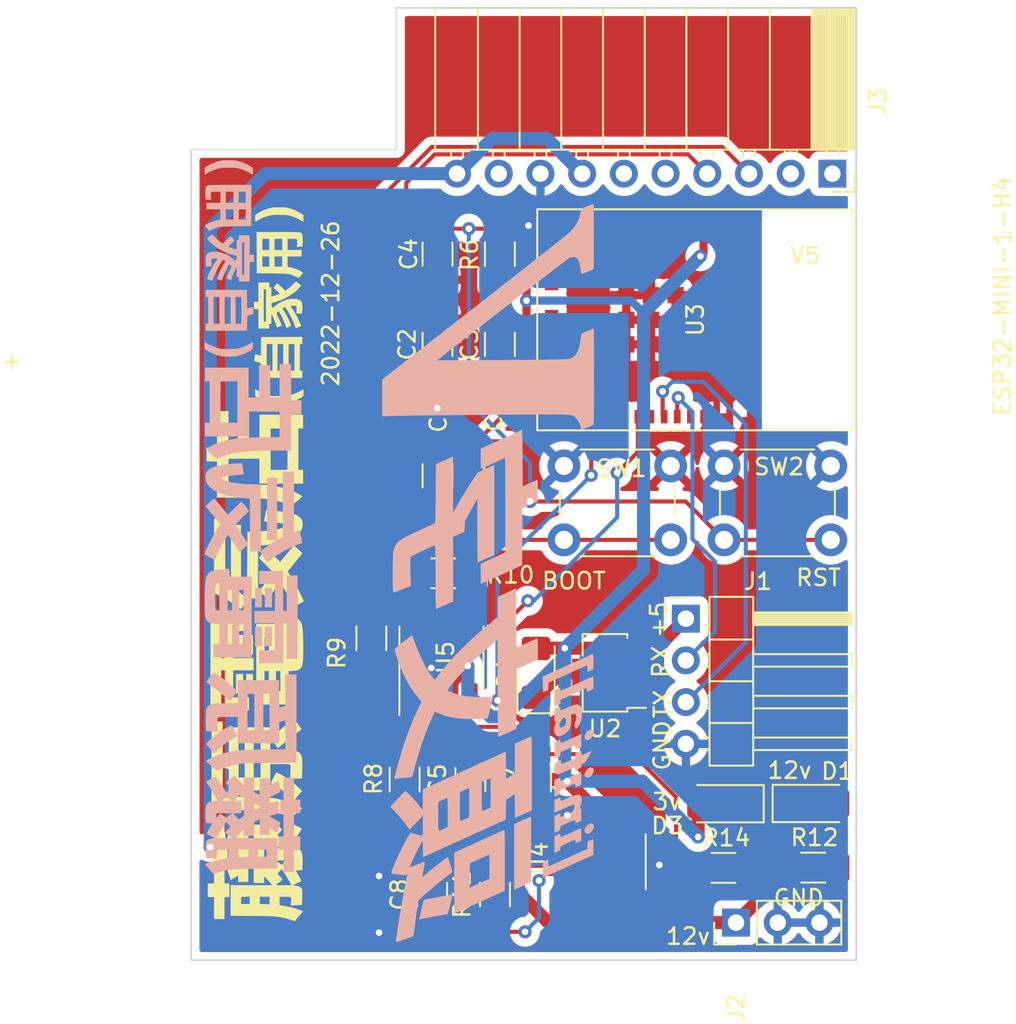
<source format=kicad_pcb>
(kicad_pcb (version 20211014) (generator pcbnew)
  (layers (0 "F.Cu" signal) (31 "B.Cu" signal) (34 "B.Paste" user) (35 "F.Paste" user) (36 "B.SilkS" user "B.Silkscreen") (37 "F.SilkS" user "F.Silkscreen") (38 "B.Mask" user) (39 "F.Mask" user) (44 "Edge.Cuts" user))
  (net 0 "")
  (net 1 "GND")
  (net 2 "/ESP_RST")
  (net 3 "+3V3")
  (net 4 "/GPIO0")
  (net 5 "+12V")
  (net 6 "+5V")
  (net 9 "/CAN_LOW")
  (net 10 "/CAN_HIGH")
  (net 14 "Net-(R7-Pad2)")
  (net 15 "Net-(R9-Pad1)")
  (net 16 "/RX")
  (net 17 "/TX")
  (net 43 "/CAN_RX")
  (net 44 "/CAN_TX")
  (net 47 "Net-(D1-Pad1)")
  (net 48 "Net-(U4-Pad4)")
  (net 56 "Net-(D3-Pad1)")
  (net 57 "Net-(R11-Pad1)")
  (footprint "footprints:ESP32-MINI-1-H4" (layer "F.Cu") (at 139.2 71 -90)
    (fp_text reference "U3" (at 0 0 90) (layer "F.SilkS"))
    (fp_text value "ESP32-MINI-1-H4" (at -1.45 -18.7 90) (layer "F.SilkS"))
    (pad "1" smd rect (at -5.899998 -2.100001 270) (size 0.8128 0.4064) (layers "F.Cu" "F.Paste" "F.Mask") (net 1 "GND"))
    (pad "2" smd rect (at -5.899998 -1.3 270) (size 0.8128 0.4064) (layers "F.Cu" "F.Paste" "F.Mask") (net 1 "GND"))
    (pad "3" smd rect (at -5.899998 -0.499999 270) (size 0.8128 0.4064) (layers "F.Cu" "F.Paste" "F.Mask") (net 3 "+3V3"))
    (pad "4" smd rect (at -5.899998 0.3 270) (size 0.8128 0.4064) (layers "F.Cu" "F.Paste" "F.Mask"))
    (pad "5" smd rect (at -5.899998 1.100001 270) (size 0.8128 0.4064) (layers "F.Cu" "F.Paste" "F.Mask"))
    (pad "6" smd rect (at -5.899998 1.899999 270) (size 0.8128 0.4064) (layers "F.Cu" "F.Paste" "F.Mask"))
    (pad "7" smd rect (at -5.899998 2.7 270) (size 0.8128 0.4064) (layers "F.Cu" "F.Paste" "F.Mask"))
    (pad "8" smd rect (at -5.899998 3.500001 270) (size 0.8128 0.4064) (layers "F.Cu" "F.Paste" "F.Mask") (net 2 "/ESP_RST"))
    (pad "9" smd rect (at -5.899998 4.299999 270) (size 0.8128 0.4064) (layers "F.Cu" "F.Paste" "F.Mask"))
    (pad "10" smd rect (at -5.899998 5.1 270) (size 0.8128 0.4064) (layers "F.Cu" "F.Paste" "F.Mask"))
    (pad "11" smd rect (at -5.899998 5.899999 270) (size 0.8128 0.4064) (layers "F.Cu" "F.Paste" "F.Mask"))
    (pad "12" smd rect (at -5.899998 6.7 270) (size 0.8128 0.4064) (layers "F.Cu" "F.Paste" "F.Mask"))
    (pad "13" smd rect (at -5.899998 7.500001 270) (size 0.8128 0.4064) (layers "F.Cu" "F.Paste" "F.Mask"))
    (pad "14" smd rect (at -5.2 8.750001) (size 0.8128 0.4064) (layers "F.Cu" "F.Paste" "F.Mask"))
    (pad "15" smd rect (at -4.399999 8.750001) (size 0.8128 0.4064) (layers "F.Cu" "F.Paste" "F.Mask"))
    (pad "16" smd rect (at -3.6 8.750001) (size 0.8128 0.4064) (layers "F.Cu" "F.Paste" "F.Mask"))
    (pad "17" smd rect (at -2.799999 8.750001) (size 0.8128 0.4064) (layers "F.Cu" "F.Paste" "F.Mask"))
    (pad "18" smd rect (at -2.000001 8.750001) (size 0.8128 0.4064) (layers "F.Cu" "F.Paste" "F.Mask"))
    (pad "19" smd rect (at -1.2 8.750001) (size 0.8128 0.4064) (layers "F.Cu" "F.Paste" "F.Mask"))
    (pad "20" smd rect (at -0.399999 8.750001) (size 0.8128 0.4064) (layers "F.Cu" "F.Paste" "F.Mask"))
    (pad "21" smd rect (at 0.399999 8.750001) (size 0.8128 0.4064) (layers "F.Cu" "F.Paste" "F.Mask") (net 4 "/GPIO0"))
    (pad "22" smd rect (at 1.2 8.750001) (size 0.8128 0.4064) (layers "F.Cu" "F.Paste" "F.Mask"))
    (pad "23" smd rect (at 1.999999 8.750001) (size 0.8128 0.4064) (layers "F.Cu" "F.Paste" "F.Mask"))
    (pad "24" smd rect (at 2.799999 8.750001) (size 0.8128 0.4064) (layers "F.Cu" "F.Paste" "F.Mask"))
    (pad "25" smd rect (at 3.6 8.750001) (size 0.8128 0.4064) (layers "F.Cu" "F.Paste" "F.Mask"))
    (pad "26" smd rect (at 4.399999 8.750001) (size 0.8128 0.4064) (layers "F.Cu" "F.Paste" "F.Mask"))
    (pad "27" smd rect (at 5.2 8.750001) (size 0.8128 0.4064) (layers "F.Cu" "F.Paste" "F.Mask") (net 1 "GND"))
    (pad "28" smd rect (at 5.899998 7.500001 270) (size 0.8128 0.4064) (layers "F.Cu" "F.Paste" "F.Mask"))
    (pad "29" smd rect (at 5.899998 6.7 270) (size 0.8128 0.4064) (layers "F.Cu" "F.Paste" "F.Mask"))
    (pad "30" smd rect (at 5.899998 5.899999 270) (size 0.8128 0.4064) (layers "F.Cu" "F.Paste" "F.Mask"))
    (pad "31" smd rect (at 5.899998 5.1 270) (size 0.8128 0.4064) (layers "F.Cu" "F.Paste" "F.Mask"))
    (pad "32" smd rect (at 5.899998 4.299999 270) (size 0.8128 0.4064) (layers "F.Cu" "F.Paste" "F.Mask") (net 43 "/CAN_RX"))
    (pad "33" smd rect (at 5.899998 3.500001 270) (size 0.8128 0.4064) (layers "F.Cu" "F.Paste" "F.Mask") (net 44 "/CAN_TX"))
    (pad "34" smd rect (at 5.899998 2.7 270) (size 0.8128 0.4064) (layers "F.Cu" "F.Paste" "F.Mask"))
    (pad "35" smd rect (at 5.899998 1.899999 270) (size 0.8128 0.4064) (layers "F.Cu" "F.Paste" "F.Mask") (net 17 "/TX"))
    (pad "36" smd rect (at 5.899998 1.100001 270) (size 0.8128 0.4064) (layers "F.Cu" "F.Paste" "F.Mask") (net 16 "/RX"))
    (pad "37" smd rect (at 5.899998 0.3 270) (size 0.8128 0.4064) (layers "F.Cu" "F.Paste" "F.Mask"))
    (pad "38" smd rect (at 5.899998 -0.499999 270) (size 0.8128 0.4064) (layers "F.Cu" "F.Paste" "F.Mask") (net 1 "GND"))
    (pad "39" smd rect (at 5.899998 -1.3 270) (size 0.8128 0.4064) (layers "F.Cu" "F.Paste" "F.Mask") (net 1 "GND"))
    (pad "40" smd rect (at 5.899998 -2.099998 270) (size 0.8128 0.4064) (layers "F.Cu" "F.Paste" "F.Mask") (net 1 "GND"))
    (pad "41" smd rect (at 5.2 -3.350001) (size 0.8128 0.4064) (layers "F.Cu" "F.Paste" "F.Mask") (net 1 "GND"))
    (pad "42" smd rect (at 4.399999 -3.350001) (size 0.8128 0.4064) (layers "F.Cu" "F.Paste" "F.Mask") (net 1 "GND"))
    (pad "43" smd rect (at 3.6 -3.350001) (size 0.8128 0.4064) (layers "F.Cu" "F.Paste" "F.Mask") (net 1 "GND"))
    (pad "44" smd rect (at 2.799999 -3.350001) (size 0.8128 0.4064) (layers "F.Cu" "F.Paste" "F.Mask") (net 1 "GND"))
    (pad "45" smd rect (at 2.000001 -3.350001) (size 0.8128 0.4064) (layers "F.Cu" "F.Paste" "F.Mask") (net 1 "GND"))
    (pad "46" smd rect (at 1.2 -3.350001) (size 0.8128 0.4064) (layers "F.Cu" "F.Paste" "F.Mask") (net 1 "GND"))
    (pad "47" smd rect (at 0.399999 -3.350001) (size 0.8128 0.4064) (layers "F.Cu" "F.Paste" "F.Mask") (net 1 "GND"))
    (pad "48" smd rect (at -0.399999 -3.350001) (size 0.8128 0.4064) (layers "F.Cu" "F.Paste" "F.Mask") (net 1 "GND"))
    (pad "49" smd rect (at -1.2 -3.350001) (size 0.8128 0.4064) (layers "F.Cu" "F.Paste" "F.Mask") (net 1 "GND"))
    (pad "50" smd rect (at -1.999999 -3.350001) (size 0.8128 0.4064) (layers "F.Cu" "F.Paste" "F.Mask") (net 1 "GND"))
    (pad "51" smd rect (at -2.799999 -3.350001) (size 0.8128 0.4064) (layers "F.Cu" "F.Paste" "F.Mask") (net 1 "GND"))
    (pad "52" smd rect (at -3.6 -3.350001) (size 0.8128 0.4064) (layers "F.Cu" "F.Paste" "F.Mask") (net 1 "GND"))
    (pad "53" smd rect (at -4.399999 -3.350001) (size 0.8128 0.4064) (layers "F.Cu" "F.Paste" "F.Mask") (net 1 "GND"))
    (pad "54" smd rect (at -5.2 -3.350001) (size 0.8128 0.4064) (layers "F.Cu" "F.Paste" "F.Mask") (net 1 "GND"))
    (pad "55" smd rect (at -1.5 1.2 270) (size 0.9906 0.9906) (layers "F.Cu" "F.Paste" "F.Mask") (net 1 "GND"))
    (pad "56" smd rect (at 0 1.2 270) (size 0.9906 0.9906) (layers "F.Cu" "F.Paste" "F.Mask") (net 1 "GND"))
    (pad "57" smd rect (at 1.5 1.2 270) (size 0.9906 0.9906) (layers "F.Cu" "F.Paste" "F.Mask") (net 1 "GND"))
    (pad "58" smd rect (at -1.5 2.7 270) (size 0.9906 0.9906) (layers "F.Cu" "F.Paste" "F.Mask") (net 1 "GND"))
    (pad "59" smd rect (at 0 2.7 270) (size 0.9906 0.9906) (layers "F.Cu" "F.Paste" "F.Mask") (net 1 "GND"))
    (pad "60" smd rect (at 1.5 2.7 270) (size 0.9906 0.9906) (layers "F.Cu" "F.Paste" "F.Mask") (net 1 "GND"))
    (pad "61" smd rect (at -1.5 4.2 270) (size 0.9906 0.9906) (layers "F.Cu" "F.Paste" "F.Mask") (net 1 "GND"))
    (pad "62" smd rect (at 0 4.2 270) (size 0.9906 0.9906) (layers "F.Cu" "F.Paste" "F.Mask") (net 1 "GND"))
    (pad "63" smd rect (at 1.5 4.2 270) (size 0.9906 0.9906) (layers "F.Cu" "F.Paste" "F.Mask") (net 1 "GND"))
  )
  (footprint "Connector_PinHeader_2.54mm:PinHeader_1x04_P2.54mm_Horizontal" (layer "F.Cu") (at 138.625 89.2)
    (fp_text reference "J1" (at 4.385 -2.27) (layer "F.SilkS"))
    (fp_text value "Prog")
    (pad "1" thru_hole rect (at 0 0) (size 1.7 1.7) (drill 1) (layers *.Cu *.Mask) (net 6 "+5V"))
    (pad "2" thru_hole oval (at 0 2.54) (size 1.7 1.7) (drill 1) (layers *.Cu *.Mask) (net 16 "/RX"))
    (pad "3" thru_hole oval (at 0 5.08) (size 1.7 1.7) (drill 1) (layers *.Cu *.Mask) (net 17 "/TX"))
    (pad "4" thru_hole oval (at 0 7.62) (size 1.7 1.7) (drill 1) (layers *.Cu *.Mask) (net 1 "GND"))
  )
  (footprint "Capacitor_SMD:C_1206_3216Metric_Pad1.33x1.80mm_HandSolder" (layer "F.Cu") (at 127.3 72.5 90)
    (fp_text reference "C3" (at 0 -1.85 90) (layer "F.SilkS"))
    (fp_text value "0.1uf")
    (pad "1" smd roundrect locked (at -1.5625 0 90) (size 1.325 1.8) (layers "F.Cu" "F.Paste" "F.Mask") (roundrect_rratio 0.1886792453) (net 3 "+3V3"))
    (pad "2" smd roundrect locked (at 1.5625 0 90) (size 1.325 1.8) (layers "F.Cu" "F.Paste" "F.Mask") (roundrect_rratio 0.1886792453) (net 1 "GND"))
  )
  (footprint "Diode_SMD:D_1206_3216Metric_Pad1.42x1.75mm_HandSolder" (layer "F.Cu") (at 129.5 92.5 90)
    (fp_text reference "D4" (at 0.07 -1.83 90) (layer "F.SilkS"))
    (fp_text value "D_Schottky")
    (pad "1" smd roundrect (at -1.4875 0 90) (size 1.425 1.75) (layers "F.Cu" "F.Paste" "F.Mask") (roundrect_rratio 0.1754392982) (net 6 "+5V"))
    (pad "2" smd roundrect (at 1.4875 0 90) (size 1.425 1.75) (layers "F.Cu" "F.Paste" "F.Mask") (roundrect_rratio 0.1754392982) (net 3 "+3V3"))
  )
  (footprint "Button_Switch_THT:SW_PUSH_6mm" (layer "F.Cu") (at 140.95 79.9)
    (fp_text reference "SW2" (at 3.35 0.05) (layer "F.SilkS"))
    (fp_text value "SW_SPST")
    (pad "1" thru_hole circle locked (at 6.5 0 90) (size 2 2) (drill 1.1) (layers *.Cu *.Mask) (net 1 "GND"))
    (pad "1" thru_hole circle locked (at 0 0 90) (size 2 2) (drill 1.1) (layers *.Cu *.Mask) (net 1 "GND"))
    (pad "2" thru_hole circle locked (at 6.5 4.5 90) (size 2 2) (drill 1.1) (layers *.Cu *.Mask) (net 2 "/ESP_RST"))
    (pad "2" thru_hole circle locked (at 0 4.5 90) (size 2 2) (drill 1.1) (layers *.Cu *.Mask) (net 2 "/ESP_RST"))
  )
  (footprint "Button_Switch_THT:SW_PUSH_6mm" (layer "F.Cu") (at 131.2 79.9)
    (fp_text reference "SW1" (at 3.5 0.15) (layer "F.SilkS"))
    (fp_text value "SW_SPST")
    (pad "1" thru_hole circle locked (at 6.5 0 90) (size 2 2) (drill 1.1) (layers *.Cu *.Mask) (net 1 "GND"))
    (pad "1" thru_hole circle locked (at 0 0 90) (size 2 2) (drill 1.1) (layers *.Cu *.Mask) (net 1 "GND"))
    (pad "2" thru_hole circle locked (at 6.5 4.5 90) (size 2 2) (drill 1.1) (layers *.Cu *.Mask) (net 4 "/GPIO0"))
    (pad "2" thru_hole circle locked (at 0 4.5 90) (size 2 2) (drill 1.1) (layers *.Cu *.Mask) (net 4 "/GPIO0"))
  )
  (footprint "Resistor_SMD:R_1206_3216Metric_Pad1.30x1.75mm_HandSolder" (layer "F.Cu") (at 127.3 67 90)
    (fp_text reference "R6" (at -0.05 -1.85 90) (layer "F.SilkS"))
    (fp_text value "10k")
    (pad "1" smd roundrect locked (at -1.55 0 90) (size 1.3 1.75) (layers "F.Cu" "F.Paste" "F.Mask") (roundrect_rratio 0.1923076923) (net 3 "+3V3"))
    (pad "2" smd roundrect locked (at 1.55 0 90) (size 1.3 1.75) (layers "F.Cu" "F.Paste" "F.Mask") (roundrect_rratio 0.1923076923) (net 2 "/ESP_RST"))
  )
  (footprint "Capacitor_SMD:C_1206_3216Metric_Pad1.33x1.80mm_HandSolder" (layer "F.Cu") (at 125.5 99 -90)
    (fp_text reference "C5" (at 0 2 90) (layer "F.SilkS"))
    (fp_text value "22uf")
    (pad "1" smd roundrect locked (at -1.5625 0 270) (size 1.325 1.8) (layers "F.Cu" "F.Paste" "F.Mask") (roundrect_rratio 0.1886792453) (net 3 "+3V3"))
    (pad "2" smd roundrect locked (at 1.5625 0 270) (size 1.325 1.8) (layers "F.Cu" "F.Paste" "F.Mask") (roundrect_rratio 0.1886792453) (net 1 "GND"))
  )
  (footprint "Package_TO_SOT_SMD:SOT-89-3" (layer "F.Cu") (at 134 92.5 180)
    (fp_text reference "U2" (at 0.3 -3.4) (layer "F.SilkS"))
    (fp_text value "MCP1700-1202E_SOT89")
    (pad "1" smd rect locked (at -1.65 -1.5 180) (size 1.3 0.9) (layers "F.Cu" "F.Paste" "F.Mask") (net 1 "GND"))
    (pad "2" smd custom locked (at -1.5625 0 180) (size 1.475 0.9) (layers "F.Cu" "F.Paste" "F.Mask") (net 6 "+5V") (options (clearance outline) (anchor rect)) (primitives (gr_poly (pts (xy 3.8625 0.8665) (xy 0.7375 0.8665) (xy 0.7375 -0.8665) (xy 3.8625 -0.8665)) (width 0) (fill yes))))
    (pad "3" smd rect locked (at -1.65 1.5 180) (size 1.3 0.9) (layers "F.Cu" "F.Paste" "F.Mask") (net 3 "+3V3"))
  )
  (footprint "Capacitor_SMD:C_1206_3216Metric_Pad1.33x1.80mm_HandSolder" (layer "F.Cu") (at 123.5 80.5 -90)
    (fp_text reference "C6" (at -3.6 -0.05 90) (layer "F.SilkS"))
    (fp_text value "0.1uf")
    (pad "1" smd roundrect locked (at -1.5625 0 270) (size 1.325 1.8) (layers "F.Cu" "F.Paste" "F.Mask") (roundrect_rratio 0.1886792453) (net 1 "GND"))
    (pad "2" smd roundrect locked (at 1.5625 0 270) (size 1.325 1.8) (layers "F.Cu" "F.Paste" "F.Mask") (roundrect_rratio 0.1886792453) (net 4 "/GPIO0"))
  )
  (footprint "Package_SO:SOIC-8_3.9x4.9mm_P1.27mm" (layer "F.Cu") (at 123.74 91.62 90)
    (fp_text reference "U5" (at 0.05 0.25 90) (layer "F.SilkS"))
    (fp_text value "SN65HVD230")
    (pad "1" smd roundrect locked (at -2.475 -1.905 90) (size 1.95 0.6) (layers "F.Cu" "F.Paste" "F.Mask") (net 44 "/CAN_TX"))
    (pad "2" smd roundrect locked (at -2.475 -0.635 90) (size 1.95 0.6) (layers "F.Cu" "F.Paste" "F.Mask") (net 1 "GND"))
    (pad "3" smd roundrect locked (at -2.475 0.635 90) (size 1.95 0.6) (layers "F.Cu" "F.Paste" "F.Mask") (net 3 "+3V3"))
    (pad "4" smd roundrect locked (at -2.475 1.905 90) (size 1.95 0.6) (layers "F.Cu" "F.Paste" "F.Mask") (net 43 "/CAN_RX"))
    (pad "5" smd roundrect locked (at 2.475 1.905 90) (size 1.95 0.6) (layers "F.Cu" "F.Paste" "F.Mask"))
    (pad "6" smd roundrect locked (at 2.475 0.635 90) (size 1.95 0.6) (layers "F.Cu" "F.Paste" "F.Mask") (net 9 "/CAN_LOW"))
    (pad "7" smd roundrect locked (at 2.475 -0.635 90) (size 1.95 0.6) (layers "F.Cu" "F.Paste" "F.Mask") (net 10 "/CAN_HIGH"))
    (pad "8" smd roundrect locked (at 2.475 -1.905 90) (size 1.95 0.6) (layers "F.Cu" "F.Paste" "F.Mask") (net 15 "Net-(R9-Pad1)"))
  )
  (footprint "Capacitor_SMD:C_1206_3216Metric_Pad1.33x1.80mm_HandSolder" (layer "F.Cu") (at 127.25 80.5 -90)
    (fp_text reference "C7" (at -3.65 0.3 90) (layer "F.SilkS"))
    (fp_text value "0.1uf")
    (pad "1" smd roundrect locked (at -1.5625 0 270) (size 1.325 1.8) (layers "F.Cu" "F.Paste" "F.Mask") (roundrect_rratio 0.1886792453) (net 1 "GND"))
    (pad "2" smd roundrect locked (at 1.5625 0 270) (size 1.325 1.8) (layers "F.Cu" "F.Paste" "F.Mask") (roundrect_rratio 0.1886792453) (net 2 "/ESP_RST"))
  )
  (footprint "LED_SMD:LED_1206_3216Metric_Pad1.42x1.75mm_HandSolder" (layer "F.Cu") (at 140.9075 100.47 180)
    (fp_text reference "D3" (at 3.4075 -1.34) (layer "F.SilkS"))
    (fp_text value "3v" (at 3.4375 0.12) (layer "F.SilkS"))
    (pad "1" smd roundrect (at -1.4875 0 180) (size 1.425 1.75) (layers "F.Cu" "F.Paste" "F.Mask") (roundrect_rratio 0.1754392982) (net 56 "Net-(D3-Pad1)"))
    (pad "2" smd roundrect (at 1.4875 0 180) (size 1.425 1.75) (layers "F.Cu" "F.Paste" "F.Mask") (roundrect_rratio 0.1754392982) (net 3 "+3V3"))
  )
  (footprint "Capacitor_SMD:C_1206_3216Metric_Pad1.33x1.80mm_HandSolder" (layer "F.Cu") (at 123.173332 106 -90)
    (fp_text reference "C8" (at 0 2 90) (layer "F.SilkS"))
    (fp_text value "10uf")
    (pad "1" smd roundrect locked (at -1.5625 0 270) (size 1.325 1.8) (layers "F.Cu" "F.Paste" "F.Mask") (roundrect_rratio 0.1886792453) (net 5 "+12V"))
    (pad "2" smd roundrect locked (at 1.5625 0 270) (size 1.325 1.8) (layers "F.Cu" "F.Paste" "F.Mask") (roundrect_rratio 0.1886792453) (net 1 "GND"))
  )
  (footprint "Resistor_SMD:R_1206_3216Metric_Pad1.30x1.75mm_HandSolder" (layer "F.Cu") (at 119.47 90.39 -90)
    (fp_text reference "R9" (at 0.9 2.1 90) (layer "F.SilkS"))
    (fp_text value "10k")
    (pad "1" smd roundrect locked (at -1.55 0 270) (size 1.3 1.75) (layers "F.Cu" "F.Paste" "F.Mask") (roundrect_rratio 0.1923076923) (net 15 "Net-(R9-Pad1)"))
    (pad "2" smd roundrect locked (at 1.55 0 270) (size 1.3 1.75) (layers "F.Cu" "F.Paste" "F.Mask") (roundrect_rratio 0.1923076923) (net 1 "GND"))
  )
  (footprint "Resistor_SMD:R_1206_3216Metric_Pad1.30x1.75mm_HandSolder" (layer "F.Cu") (at 129.5 99 90)
    (fp_text reference "R7" (at 0.01 -1.87 90) (layer "F.SilkS"))
    (fp_text value "24k")
    (pad "1" smd roundrect locked (at -1.55 0 90) (size 1.3 1.75) (layers "F.Cu" "F.Paste" "F.Mask") (roundrect_rratio 0.1923076923) (net 1 "GND"))
    (pad "2" smd roundrect locked (at 1.55 0 90) (size 1.3 1.75) (layers "F.Cu" "F.Paste" "F.Mask") (roundrect_rratio 0.1923076923) (net 14 "Net-(R7-Pad2)"))
  )
  (footprint "Resistor_SMD:R_1206_3216Metric_Pad1.30x1.75mm_HandSolder" (layer "F.Cu") (at 146.38 104.36)
    (fp_text reference "R12" (at 0.08 -1.83) (layer "F.SilkS"))
    (fp_text value "1k")
    (pad "1" smd roundrect (at -1.55 0) (size 1.3 1.75) (layers "F.Cu" "F.Paste" "F.Mask") (roundrect_rratio 0.1923076923) (net 47 "Net-(D1-Pad1)"))
    (pad "2" smd roundrect (at 1.55 0) (size 1.3 1.75) (layers "F.Cu" "F.Paste" "F.Mask") (roundrect_rratio 0.1923076923) (net 1 "GND"))
  )
  (footprint "Resistor_SMD:R_1206_3216Metric_Pad1.30x1.75mm_HandSolder" (layer "F.Cu") (at 127 106 90)
    (fp_text reference "R11" (at 0 -2 90) (layer "F.SilkS"))
    (fp_text value "100k")
    (pad "1" smd roundrect (at -1.55 0 90) (size 1.3 1.75) (layers "F.Cu" "F.Paste" "F.Mask") (roundrect_rratio 0.1923076923) (net 57 "Net-(R11-Pad1)"))
    (pad "2" smd roundrect (at 1.55 0 90) (size 1.3 1.75) (layers "F.Cu" "F.Paste" "F.Mask") (roundrect_rratio 0.1923076923) (net 5 "+12V"))
  )
  (footprint "footprints:MPM3610GQV-Z" (layer "F.Cu") (at 133.5 104 90)
    (fp_text reference "U4" (at 0.2 -3.8 90) (layer "F.SilkS"))
    (fp_text value "MPM3610GQV-Z")
    (fp_poly (pts (xy -1.292 0.273) (xy -0.708 0.273) (xy -0.708 2.227) (xy -1.292 2.227)) (layer "F.Cu") (width 0.1) (fill solid))
    (fp_poly (pts (xy 1.292 2.227) (xy 0.708 2.227) (xy 0.708 0.273) (xy 1.292 0.273)) (layer "F.Cu") (width 0.1) (fill solid))
    (pad "1" smd rect (at -1.394 -1.55 90) (size 0.8128 0.254) (layers "F.Cu" "F.Paste" "F.Mask") (net 14 "Net-(R7-Pad2)"))
    (pad "2" smd rect (at -1.254 -0.900001 90) (size 1.0922 0.3048) (layers "F.Cu" "F.Paste" "F.Mask"))
    (pad "3" smd rect (at -1.254 -0.25 90) (size 1.0922 0.3048) (layers "F.Cu" "F.Paste" "F.Mask") (net 1 "GND"))
    (pad "4" smd rect (at -1.546 0.4 90) (size 0.508 0.254) (layers "F.Cu" "F.Paste" "F.Mask") (net 48 "Net-(U4-Pad4)"))
    (pad "5" smd rect (at -1.546 1.250001 90) (size 0.508 0.254) (layers "F.Cu" "F.Paste" "F.Mask") (net 48 "Net-(U4-Pad4)"))
    (pad "6" smd rect (at -1.546 2.1 90) (size 0.508 0.254) (layers "F.Cu" "F.Paste" "F.Mask") (net 48 "Net-(U4-Pad4)"))
    (pad "7" smd rect (at 1.546 2.1 90) (size 0.508 0.254) (layers "F.Cu" "F.Paste" "F.Mask") (net 3 "+3V3"))
    (pad "8" smd rect (at 1.546 1.250001 90) (size 0.508 0.254) (layers "F.Cu" "F.Paste" "F.Mask") (net 3 "+3V3"))
    (pad "9" smd rect (at 1.546 0.4 90) (size 0.508 0.254) (layers "F.Cu" "F.Paste" "F.Mask") (net 3 "+3V3"))
    (pad "10" smd rect (at 1.254 -0.25 90) (size 1.0922 0.3048) (layers "F.Cu" "F.Paste" "F.Mask"))
    (pad "11" smd rect (at 1.254 -0.900001 90) (size 1.0922 0.3048) (layers "F.Cu" "F.Paste" "F.Mask"))
    (pad "12" smd rect (at 1.444 -1.55 90) (size 0.7112 0.254) (layers "F.Cu" "F.Paste" "F.Mask") (net 1 "GND"))
    (pad "13" smd rect (at 1.25 -2.444 180) (size 0.7112 0.254) (layers "F.Cu" "F.Paste" "F.Mask") (net 1 "GND"))
    (pad "14" smd rect (at 0.750001 -2.444 180) (size 0.7112 0.254) (layers "F.Cu" "F.Paste" "F.Mask") (net 1 "GND"))
    (pad "15" smd rect (at 0.25 -2.254 180) (size 1.0922 0.3048) (layers "F.Cu" "F.Paste" "F.Mask"))
    (pad "16" smd rect (at -0.25 -2.254 180) (size 1.0922 0.3048) (layers "F.Cu" "F.Paste" "F.Mask") (net 5 "+12V"))
    (pad "17" smd rect (at -0.750001 -2.444 180) (size 0.7112 0.254) (layers "F.Cu" "F.Paste" "F.Mask") (net 57 "Net-(R11-Pad1)"))
    (pad "18" smd rect (at -1.25 -2.444 180) (size 0.7112 0.254) (layers "F.Cu" "F.Paste" "F.Mask"))
    (pad "19" smd rect (at -0.25 -0.575 90) (size 0.254 0.4064) (layers "F.Cu" "F.Paste" "F.Mask"))
    (pad "20" smd rect (at 0.25 -0.575 90) (size 0.254 0.4064) (layers "F.Cu" "F.Paste" "F.Mask"))
  )
  (footprint "Connector_PinSocket_2.54mm:PinSocket_1x10_P2.54mm_Horizontal" (layer "F.Cu") (at 147.55 62.1 -90)
    (fp_text reference "J3" (at -4.38 -2.77 90) (layer "F.SilkS"))
    (fp_text value "Conn_01x10")
    (pad "1" thru_hole rect locked (at 0 0 270) (size 1.7 1.7) (drill 1) (layers *.Cu *.Mask))
    (pad "2" thru_hole oval locked (at 0 2.54 270) (size 1.7 1.7) (drill 1) (layers *.Cu *.Mask))
    (pad "3" thru_hole oval locked (at 0 5.08 270) (size 1.7 1.7) (drill 1) (layers *.Cu *.Mask) (net 9 "/CAN_LOW"))
    (pad "4" thru_hole oval locked (at 0 7.62 270) (size 1.7 1.7) (drill 1) (layers *.Cu *.Mask) (net 10 "/CAN_HIGH"))
    (pad "5" thru_hole oval locked (at 0 10.16 270) (size 1.7 1.7) (drill 1) (layers *.Cu *.Mask))
    (pad "6" thru_hole oval locked (at 0 12.7 270) (size 1.7 1.7) (drill 1) (layers *.Cu *.Mask))
    (pad "7" thru_hole oval locked (at 0 15.24 270) (size 1.7 1.7) (drill 1) (layers *.Cu *.Mask) (net 5 "+12V"))
    (pad "8" thru_hole oval locked (at 0 17.78 270) (size 1.7 1.7) (drill 1) (layers *.Cu *.Mask) (net 1 "GND"))
    (pad "9" thru_hole oval locked (at 0 20.32 270) (size 1.7 1.7) (drill 1) (layers *.Cu *.Mask))
    (pad "10" thru_hole oval locked (at 0 22.86 270) (size 1.7 1.7) (drill 1) (layers *.Cu *.Mask) (net 5 "+12V"))
  )
  (footprint "Resistor_SMD:R_1206_3216Metric_Pad1.30x1.75mm_HandSolder" (layer "F.Cu") (at 140.9175 104.376666 180)
    (fp_text reference "R14" (at -0.17 1.83) (layer "F.SilkS"))
    (fp_text value "100")
    (pad "1" smd roundrect (at -1.55 0 180) (size 1.3 1.75) (layers "F.Cu" "F.Paste" "F.Mask") (roundrect_rratio 0.1923076923) (net 56 "Net-(D3-Pad1)"))
    (pad "2" smd roundrect (at 1.55 0 180) (size 1.3 1.75) (layers "F.Cu" "F.Paste" "F.Mask") (roundrect_rratio 0.1923076923) (net 1 "GND"))
  )
  (footprint "LED_SMD:LED_1206_3216Metric_Pad1.42x1.75mm_HandSolder" (layer "F.Cu") (at 146.37 100.453334)
    (fp_text reference "D1" (at 1.48 -1.963334) (layer "F.SilkS"))
    (fp_text value "12v" (at -1.43 -2.013334) (layer "F.SilkS"))
    (pad "1" smd roundrect (at -1.4875 0) (size 1.425 1.75) (layers "F.Cu" "F.Paste" "F.Mask") (roundrect_rratio 0.1754392982) (net 47 "Net-(D1-Pad1)"))
    (pad "2" smd roundrect (at 1.4875 0) (size 1.425 1.75) (layers "F.Cu" "F.Paste" "F.Mask") (roundrect_rratio 0.1754392982) (net 5 "+12V"))
  )
  (footprint "Connector_PinHeader_2.54mm:PinHeader_1x03_P2.54mm_Vertical" (layer "F.Cu") (at 141.68 107.71 90)
    (fp_text reference "J2" (at -5.19 -0.01 90) (layer "F.SilkS"))
    (fp_text value "PWR")
    (pad "1" thru_hole rect (at 0 0 90) (size 1.7 1.7) (drill 1) (layers *.Cu *.Mask) (net 5 "+12V"))
    (pad "2" thru_hole oval (at 0 2.54 90) (size 1.7 1.7) (drill 1) (layers *.Cu *.Mask) (net 1 "GND"))
    (pad "3" thru_hole oval (at 0 5.08 90) (size 1.7 1.7) (drill 1) (layers *.Cu *.Mask) (net 1 "GND"))
  )
  (footprint "artwork:mise" (layer "F.Cu") (at 112.35 85.87 90)
    (fp_text reference "G***" hide)
    (fp_text value "LOGO" hide)
  )
  (footprint "Capacitor_SMD:C_1206_3216Metric_Pad1.33x1.80mm_HandSolder" (layer "F.Cu") (at 123.5 72.5 90)
    (fp_text reference "C2" (at 0 -1.85 90) (layer "F.SilkS"))
    (fp_text value "22uf")
    (pad "1" smd roundrect locked (at -1.5625 0 90) (size 1.325 1.8) (layers "F.Cu" "F.Paste" "F.Mask") (roundrect_rratio 0.1886792453) (net 3 "+3V3"))
    (pad "2" smd roundrect locked (at 1.5625 0 90) (size 1.325 1.8) (layers "F.Cu" "F.Paste" "F.Mask") (roundrect_rratio 0.1886792453) (net 1 "GND"))
  )
  (footprint "Capacitor_SMD:C_1206_3216Metric_Pad1.33x1.80mm_HandSolder" (layer "F.Cu") (at 123.5 67 -90)
    (fp_text reference "C4" (at 0 1.75 90) (layer "F.SilkS"))
    (fp_text value "1uf")
    (pad "1" smd roundrect locked (at -1.5625 0 270) (size 1.325 1.8) (layers "F.Cu" "F.Paste" "F.Mask") (roundrect_rratio 0.1886792453) (net 2 "/ESP_RST"))
    (pad "2" smd roundrect locked (at 1.5625 0 270) (size 1.325 1.8) (layers "F.Cu" "F.Paste" "F.Mask") (roundrect_rratio 0.1886792453) (net 1 "GND"))
  )
  (footprint "Resistor_SMD:R_1206_3216Metric_Pad1.30x1.75mm_HandSolder" (layer "F.Cu") (at 121.5 99 90)
    (fp_text reference "R8" (at 0.04 -1.9 90) (layer "F.SilkS"))
    (fp_text value "75k")
    (pad "1" smd roundrect locked (at -1.55 0 90) (size 1.3 1.75) (layers "F.Cu" "F.Paste" "F.Mask") (roundrect_rratio 0.1923076923) (net 3 "+3V3"))
    (pad "2" smd roundrect locked (at 1.55 0 90) (size 1.3 1.75) (layers "F.Cu" "F.Paste" "F.Mask") (roundrect_rratio 0.1923076923) (net 14 "Net-(R7-Pad2)"))
  )
  (footprint "Resistor_SMD:R_1206_3216Metric_Pad1.30x1.75mm_HandSolder" (layer "F.Cu") (at 123.85 86.44)
    (fp_text reference "R10" (at 4.1 0.1) (layer "F.SilkS"))
    (fp_text value "120")
    (pad "1" smd roundrect locked (at -1.55 0) (size 1.3 1.75) (layers "F.Cu" "F.Paste" "F.Mask") (roundrect_rratio 0.1923076923) (net 10 "/CAN_HIGH"))
    (pad "2" smd roundrect locked (at 1.55 0) (size 1.3 1.75) (layers "F.Cu" "F.Paste" "F.Mask") (roundrect_rratio 0.1923076923) (net 9 "/CAN_LOW"))
  )
  (footprint "artwork:logo" (layer "B.Cu") (at 126.596755 86.444508 90)
    (fp_text reference "G***" hide)
    (fp_text value "LOGO" hide)
  )
  (footprint "artwork:mise" (layer "B.Cu") (at 112.3 83 90)
    (fp_text reference "G***" hide)
    (fp_text value "LOGO" hide)
  )
  (gr_line (start 108.5 110) (end 149 110) (layer "Edge.Cuts") (width 0.1))
  (gr_line (start 149 52) (end 149 110) (layer "Edge.Cuts") (width 0.1))
  (gr_line (start 108.5 60.63) (end 108.5 110) (layer "Edge.Cuts") (width 0.1))
  (gr_line (start 108.5 60.63) (end 121 60.63) (layer "Edge.Cuts") (width 0.1))
  (gr_line (start 121 52) (end 149 52) (layer "Edge.Cuts") (width 0.1))
  (gr_line (start 121 52) (end 121 60.63) (layer "Edge.Cuts") (width 0.1))
  (gr_text "+" (at 97.6 73.5) (layer "F.SilkS") (effects (font (size 1 1))))
  (gr_text "GND" (at 145.5 106.21) (layer "F.SilkS") (effects (font (size 1 1))))
  (gr_text "BOOT" (at 131.8 86.9) (layer "F.SilkS") (effects (font (size 1 1))))
  (gr_text "2022-12-26" (at 117 70 90) (layer "F.SilkS") (effects (font (size 1 1))))
  (gr_text "GND" (at 137.19 96.92 90) (layer "F.SilkS") (effects (font (size 1 1))))
  (gr_text "+5" (at 136.98 89.26 90) (layer "F.SilkS") (effects (font (size 1 1))))
  (gr_text "V5" (at 145.9 67.1) (layer "F.SilkS") (effects (font (size 1 1))))
  (gr_text "+" (at 121.7 74.3) (layer "F.SilkS") (effects (font (size 1 1))))
  (gr_text "12v" (at 138.76 108.54) (layer "F.SilkS") (effects (font (size 1 1))))
  (gr_text "RST" (at 146.7 86.7) (layer "F.SilkS") (effects (font (size 1 1))))
  (gr_text "TX" (at 137.21 94.4 90) (layer "F.SilkS") (effects (font (size 1 1))))
  (gr_text "RX" (at 137.11 91.83 90) (layer "F.SilkS") (effects (font (size 1 1))))
  (segment (start 129.5 103.2) (end 129.5 100.55) (width 0.25) (layer "F.Cu") (net 1))
  (segment (start 133.25 106.06) (end 133.365 106.175) (width 0.25) (layer "F.Cu") (net 1))
  (segment (start 137.095 106.175) (end 137.095 104.285) (width 0.25) (layer "F.Cu") (net 1))
  (segment (start 133.365 106.175) (end 137.095 106.175) (width 0.25) (layer "F.Cu") (net 1))
  (segment (start 131.056 103.249999) (end 131.056 102.75) (width 0.25) (layer "F.Cu") (net 1))
  (segment (start 131.25 102.556) (end 131.056 102.75) (width 0.25) (layer "F.Cu") (net 1))
  (segment (start 129.549999 103.249999) (end 129.5 103.2) (width 0.25) (layer "F.Cu") (net 1))
  (segment (start 131.056 103.249999) (end 129.549999 103.249999) (width 0.25) (layer "F.Cu") (net 1))
  (segment (start 133.25 105.254) (end 133.25 106.06) (width 0.25) (layer "F.Cu") (net 1))
  (segment (start 137.095 104.285) (end 137.01 104.2) (width 0.25) (layer "F.Cu") (net 1))
  (segment (start 131.95 102.556) (end 131.25 102.556) (width 0.25) (layer "F.Cu") (net 1))
  (via (at 119.94 104.87) (size 0.8) (drill 0.4) (layers "F.Cu" "B.Cu") (net 1))
  (via (at 123.12 92.2) (size 0.8) (drill 0.4) (layers "F.Cu" "B.Cu") (net 1))
  (via (at 129.04 65.26) (size 0.8) (drill 0.4) (layers "F.Cu" "B.Cu") (net 1))
  (via (at 131.4 101.17) (size 0.8) (drill 0.4) (layers "F.Cu" "B.Cu") (net 1))
  (via (at 137.01 104.2) (size 0.8) (drill 0.4) (layers "F.Cu" "B.Cu") (net 1))
  (via (at 123.49 76.38) (size 0.8) (drill 0.4) (layers "F.Cu" "B.Cu") (net 1))
  (via (at 119.94 108.32) (size 0.8) (drill 0.4) (layers "F.Cu" "B.Cu") (net 1))
  (segment (start 125.41 65.45) (end 123.5125 65.45) (width 0.25) (layer "F.Cu") (net 2))
  (segment (start 147.45 84.4) (end 140.95 84.4) (width 0.25) (layer "F.Cu") (net 2))
  (segment (start 127.3 65.45) (end 125.41 65.45) (width 0.25) (layer "F.Cu") (net 2))
  (segment (start 129.1375 82.0625) (end 138.6125 82.0625) (width 0.25) (layer "F.Cu") (net 2))
  (segment (start 135.49 63.82) (end 135.699999 64.029999) (width 0.25) (layer "F.Cu") (net 2))
  (segment (start 128.93 63.82) (end 135.49 63.82) (width 0.25) (layer "F.Cu") (net 2))
  (segment (start 123.5125 65.45) (end 123.5 65.4375) (width 0.25) (layer "F.Cu") (net 2))
  (segment (start 135.699999 64.029999) (end 135.699999 65.100002) (width 0.25) (layer "F.Cu") (net 2))
  (segment (start 127.25 82.0625) (end 129.1375 82.0625) (width 0.25) (layer "F.Cu") (net 2))
  (segment (start 127.3 65.45) (end 128.93 63.82) (width 0.25) (layer "F.Cu") (net 2))
  (segment (start 138.6125 82.0625) (end 140.95 84.4) (width 0.25) (layer "F.Cu") (net 2))
  (via (at 129.1375 82.0625) (size 0.8) (drill 0.4) (layers "F.Cu" "B.Cu") (net 2))
  (via (at 125.41 65.45) (size 0.8) (drill 0.4) (layers "F.Cu" "B.Cu") (net 2))
  (segment (start 129.1375 79.7175) (end 126.08 76.66) (width 0.25) (layer "B.Cu") (net 2))
  (segment (start 129.1375 82.0625) (end 129.1375 79.7175) (width 0.25) (layer "B.Cu") (net 2))
  (segment (start 125.41 76.2) (end 125.41 65.45) (width 0.25) (layer "B.Cu") (net 2))
  (segment (start 125.87 76.66) (end 125.41 76.2) (width 0.25) (layer "B.Cu") (net 2))
  (segment (start 126.08 76.66) (end 125.87 76.66) (width 0.25) (layer "B.Cu") (net 2))
  (segment (start 135.6 102.454) (end 134.750001 102.454) (width 0.8) (layer "F.Cu") (net 3))
  (segment (start 127.3 74.0625) (end 123.5 74.0625) (width 0.5) (layer "F.Cu") (net 3))
  (segment (start 139.37 100.52) (end 139.42 100.47) (width 0.8) (layer "F.Cu") (net 3))
  (segment (start 125.5 97.4375) (end 127.0625 99) (width 0.8) (layer "F.Cu") (net 3))
  (segment (start 139.699999 66.940001) (end 139.51 67.13) (width 0.5) (layer "F.Cu") (net 3))
  (segment (start 135.65 91) (end 131.25 91) (width 0.8) (layer "F.Cu") (net 3))
  (segment (start 125.35 92.08) (end 124.375 93.055) (width 0.8) (layer "F.Cu") (net 3))
  (segment (start 131.393 99.097) (end 134.750001 102.454) (width 0.8) (layer "F.Cu") (net 3))
  (segment (start 127.3 68.55) (end 128.87 68.55) (width 0.5) (layer "F.Cu") (net 3))
  (segment (start 128.92 68.6) (end 128.92 69.83) (width 0.5) (layer "F.Cu") (net 3))
  (segment (start 139.37 102.49) (end 139.37 100.52) (width 0.8) (layer "F.Cu") (net 3))
  (segment (start 129.5125 91) (end 129.5 91.0125) (width 0.8) (layer "F.Cu") (net 3))
  (segment (start 131.25 91) (end 129.5125 91) (width 0.8) (layer "F.Cu") (net 3))
  (segment (start 128.87 68.55) (end 128.92 68.6) (width 0.5) (layer "F.Cu") (net 3))
  (segment (start 128.92 72.4425) (end 127.3 74.0625) (width 0.5) (layer "F.Cu") (net 3))
  (segment (start 125.5 97.4375) (end 124.6125 97.4375) (width 0.8) (layer "F.Cu") (net 3))
  (segment (start 124.375 93.055) (end 124.375 94.095) (width 0.8) (layer "F.Cu") (net 3))
  (segment (start 128.92 69.83) (end 128.92 72.4425) (width 0.5) (layer "F.Cu") (net 3))
  (segment (start 139.699999 65.100002) (end 139.699999 66.940001) (width 0.5) (layer "F.Cu") (net 3))
  (segment (start 127.0625 99) (end 131.296001 99) (width 0.8) (layer "F.Cu") (net 3))
  (segment (start 134.750001 102.454) (end 134.0024 102.454) (width 0.8) (layer "F.Cu") (net 3))
  (segment (start 131.296001 99) (end 131.393 99.097) (width 0.8) (layer "F.Cu") (net 3))
  (segment (start 124.6125 97.4375) (end 121.5 100.55) (width 0.8) (layer "F.Cu") (net 3))
  (via (at 139.51 67.13) (size 0.8) (drill 0.4) (layers "F.Cu" "B.Cu") (net 3))
  (via (at 139.37 102.49) (size 0.8) (drill 0.4) (layers "F.Cu" "B.Cu") (net 3))
  (via (at 131.25 91) (size 0.8) (drill 0.4) (layers "F.Cu" "B.Cu") (net 3))
  (via (at 131.393 99.097) (size 0.8) (drill 0.4) (layers "F.Cu" "B.Cu") (net 3))
  (via (at 125.35 92.08) (size 0.8) (drill 0.4) (layers "F.Cu" "B.Cu") (net 3))
  (via (at 128.92 69.83) (size 0.8) (drill 0.4) (layers "F.Cu" "B.Cu") (net 3))
  (segment (start 126.735786 95.18) (end 125.35 93.794214) (width 0.8) (layer "B.Cu") (net 3))
  (segment (start 128.92 69.83) (end 135.289318 69.83) (width 0.5) (layer "B.Cu") (net 3))
  (segment (start 135.977 99.097) (end 139.37 102.49) (width 0.8) (layer "B.Cu") (net 3))
  (segment (start 125.35 93.794214) (end 125.35 92.08) (width 0.8) (layer "B.Cu") (net 3))
  (segment (start 131.25 91) (end 131.25 98.954) (width 0.8) (layer "B.Cu") (net 3))
  (segment (start 131.25 91) (end 131.25 91.494214) (width 0.8) (layer "B.Cu") (net 3))
  (segment (start 131.25 98.954) (end 131.393 99.097) (width 0.8) (layer "B.Cu") (net 3))
  (segment (start 131.25 91.494214) (end 127.564214 95.18) (width 0.8) (layer "B.Cu") (net 3))
  (segment (start 136.049659 86.200341) (end 136.049659 70.590341) (width 0.8) (layer "B.Cu") (net 3))
  (segment (start 131.25 91) (end 136.049659 86.200341) (width 0.8) (layer "B.Cu") (net 3))
  (segment (start 131.393 99.097) (end 135.977 99.097) (width 0.8) (layer "B.Cu") (net 3))
  (segment (start 136.049659 70.590341) (end 139.51 67.13) (width 0.8) (layer "B.Cu") (net 3))
  (segment (start 135.289318 69.83) (end 136.049659 70.590341) (width 0.5) (layer "B.Cu") (net 3))
  (segment (start 127.564214 95.18) (end 126.735786 95.18) (width 0.8) (layer "B.Cu") (net 3))
  (segment (start 131.2 84.4) (end 125.8375 84.4) (width 0.25) (layer "F.Cu") (net 4))
  (segment (start 129.495 71.46) (end 129.555001 71.399999) (width 0.25) (layer "F.Cu") (net 4))
  (segment (start 129.495 74.816827) (end 129.495 71.46) (width 0.25) (layer "F.Cu") (net 4))
  (segment (start 123.5 82.0625) (end 125.69 79.8725) (width 0.25) (layer "F.Cu") (net 4))
  (segment (start 137.7 84.4) (end 131.09 84.4) (width 0.25) (layer "F.Cu") (net 4))
  (segment (start 125.69 78.621827) (end 129.495 74.816827) (width 0.25) (layer "F.Cu") (net 4))
  (segment (start 125.69 79.8725) (end 125.69 78.621827) (width 0.25) (layer "F.Cu") (net 4))
  (segment (start 125.8375 84.4) (end 123.5 82.0625) (width 0.25) (layer "F.Cu") (net 4))
  (segment (start 129.555001 71.399999) (end 130.449999 71.399999) (width 0.25) (layer "F.Cu") (net 4))
  (segment (start 143.555 105.835) (end 145.582082 105.835) (width 0.8) (layer "F.Cu") (net 5))
  (segment (start 130.26 107.71) (end 141.68 107.71) (width 0.8) (layer "F.Cu") (net 5))
  (segment (start 114.74 103.11) (end 114.83 103.2) (width 0.8) (layer "F.Cu") (net 5))
  (segment (start 141.68 107.71) (end 143.555 105.835) (width 0.8) (layer "F.Cu") (net 5))
  (segment (start 123.173332 104.4375) (end 126.9875 104.4375) (width 0.8) (layer "F.Cu") (net 5))
  (segment (start 126.9875 104.4375) (end 127 104.45) (width 0.8) (layer "F.Cu") (net 5))
  (segment (start 146.53 104.887082) (end 146.53 101.780834) (width 0.8) (layer "F.Cu") (net 5))
  (segment (start 127.2 104.25) (end 127 104.45) (width 0.25) (layer "F.Cu") (net 5))
  (segment (start 127 104.45) (end 130.26 107.71) (width 0.8) (layer "F.Cu") (net 5))
  (segment (start 131.246 104.25) (end 127.2 104.25) (width 0.25) (layer "F.Cu") (net 5))
  (segment (start 121.935832 103.2) (end 123.173332 104.4375) (width 0.8) (layer "F.Cu") (net 5))
  (segment (start 109.66 103.11) (end 114.74 103.11) (width 0.8) (layer "F.Cu") (net 5))
  (segment (start 114.83 103.2) (end 121.935832 103.2) (width 0.8) (layer "F.Cu") (net 5))
  (segment (start 146.53 101.780834) (end 147.8575 100.453334) (width 0.8) (layer "F.Cu") (net 5))
  (segment (start 145.582082 105.835) (end 146.53 104.887082) (width 0.8) (layer "F.Cu") (net 5))
  (via (at 109.66 103.11) (size 0.8) (drill 0.4) (layers "F.Cu" "B.Cu") (net 5))
  (segment (start 109.66 65.46) (end 109.66 103.11) (width 0.8) (layer "B.Cu") (net 5))
  (segment (start 113.02 62.1) (end 109.66 65.46) (width 0.8) (layer "B.Cu") (net 5))
  (segment (start 130.170739 59.960739) (end 126.829261 59.960739) (width 0.8) (layer "B.Cu") (net 5))
  (segment (start 126.829261 59.960739) (end 124.69 62.1) (width 0.8) (layer "B.Cu") (net 5))
  (segment (start 132.31 62.1) (end 130.170739 59.960739) (width 0.8) (layer "B.Cu") (net 5))
  (segment (start 124.69 62.1) (end 113.02 62.1) (width 0.8) (layer "B.Cu") (net 5))
  (segment (start 136.9 92.05) (end 136.45 92.5) (width 0.8) (layer "F.Cu") (net 6))
  (segment (start 138.625 89.2) (end 136.9 90.925) (width 0.8) (layer "F.Cu") (net 6))
  (segment (start 136.45 92.5) (end 135.5625 92.5) (width 0.8) (layer "F.Cu") (net 6))
  (segment (start 129.5 93.9875) (end 130.9875 92.5) (width 0.8) (layer "F.Cu") (net 6))
  (segment (start 136.9 90.925) (end 136.9 92.05) (width 0.8) (layer "F.Cu") (net 6))
  (segment (start 130.9875 92.5) (end 135.5625 92.5) (width 0.8) (layer "F.Cu") (net 6))
  (segment (start 124.375 89.521751) (end 124.375 89.145) (width 0.25) (layer "F.Cu") (net 9))
  (segment (start 124.375 89.145) (end 124.375 87.465) (width 0.25) (layer "F.Cu") (net 9))
  (segment (start 142.47 62.1) (end 140.845 60.475) (width 0.25) (layer "F.Cu") (net 9))
  (segment (start 119.236827 90.445) (end 123.451751 90.445) (width 0.25) (layer "F.Cu") (net 9))
  (segment (start 140.845 60.475) (end 123.14716 60.475) (width 0.25) (layer "F.Cu") (net 9))
  (segment (start 123.14716 60.475) (end 118.27 65.35216) (width 0.25) (layer "F.Cu") (net 9))
  (segment (start 118.27 89.478173) (end 119.236827 90.445) (width 0.25) (layer "F.Cu") (net 9))
  (segment (start 124.375 87.465) (end 125.4 86.44) (width 0.25) (layer "F.Cu") (net 9))
  (segment (start 118.27 65.35216) (end 118.27 89.478173) (width 0.25) (layer "F.Cu") (net 9))
  (segment (start 123.451751 90.445) (end 124.375 89.521751) (width 0.25) (layer "F.Cu") (net 9))
  (segment (start 123.333556 60.925) (end 121.6 62.658556) (width 0.25) (layer "F.Cu") (net 10))
  (segment (start 139.93 62.1) (end 138.755 60.925) (width 0.25) (layer "F.Cu") (net 10))
  (segment (start 123.105 87.245) (end 122.3 86.44) (width 0.25) (layer "F.Cu") (net 10))
  (segment (start 121.6 62.658556) (end 121.6 85.74) (width 0.25) (layer "F.Cu") (net 10))
  (segment (start 138.755 60.925) (end 123.333556 60.925) (width 0.25) (layer "F.Cu") (net 10))
  (segment (start 123.105 89.145) (end 123.105 87.245) (width 0.25) (layer "F.Cu") (net 10))
  (segment (start 121.6 85.74) (end 122.3 86.44) (width 0.25) (layer "F.Cu") (net 10))
  (segment (start 132.5246 106.625) (end 137.525 106.625) (width 0.25) (layer "F.Cu") (net 14))
  (segment (start 138.03 106.12) (end 138.03 100.07) (width 0.25) (layer "F.Cu") (net 14))
  (segment (start 137.525 106.625) (end 138.03 106.12) (width 0.25) (layer "F.Cu") (net 14))
  (segment (start 121.5 97.45) (end 123.16 95.79) (width 0.25) (layer "F.Cu") (net 14))
  (segment (start 123.16 95.79) (end 127.84 95.79) (width 0.25) (layer "F.Cu") (net 14))
  (segment (start 131.95 106.0504) (end 132.5246 106.625) (width 0.25) (layer "F.Cu") (net 14))
  (segment (start 131.95 105.394) (end 131.95 106.0504) (width 0.25) (layer "F.Cu") (net 14))
  (segment (start 127.84 95.79) (end 129.5 97.45) (width 0.25) (layer "F.Cu") (net 14))
  (segment (start 135.41 97.45) (end 129.5 97.45) (width 0.25) (layer "F.Cu") (net 14))
  (segment (start 138.03 100.07) (end 135.41 97.45) (width 0.25) (layer "F.Cu") (net 14))
  (segment (start 119.775 89.145) (end 119.47 88.84) (width 0.25) (layer "F.Cu") (net 15))
  (segment (start 121.835 89.145) (end 119.775 89.145) (width 0.25) (layer "F.Cu") (net 15))
  (segment (start 138.099999 75.800001) (end 138.16 75.74) (width 0.25) (layer "F.Cu") (net 16))
  (segment (start 138.099999 76.899998) (end 138.099999 75.800001) (width 0.25) (layer "F.Cu") (net 16))
  (via (at 138.16 75.74) (size 0.8) (drill 0.4) (layers "F.Cu" "B.Cu") (net 16))
  (segment (start 140.401167 89.963833) (end 140.401167 85.725) (width 0.25) (layer "B.Cu") (net 16))
  (segment (start 140.401167 85.725) (end 139.025 84.348833) (width 0.25) (layer "B.Cu") (net 16))
  (segment (start 139.025 84.348833) (end 139.025 76.605) (width 0.25) (layer "B.Cu") (net 16))
  (segment (start 139.025 76.605) (end 138.16 75.74) (width 0.25) (layer "B.Cu") (net 16))
  (segment (start 138.625 91.74) (end 140.401167 89.963833) (width 0.25) (layer "B.Cu") (net 16))
  (segment (start 137.21 76.809997) (end 137.300001 76.899998) (width 0.25) (layer "F.Cu") (net 17))
  (segment (start 137.21 75.36) (end 137.21 76.809997) (width 0.25) (layer "F.Cu") (net 17))
  (via (at 137.21 75.36) (size 0.8) (drill 0.4) (layers "F.Cu" "B.Cu") (net 17))
  (segment (start 142.275 90.63) (end 142.275 77.365) (width 0.25) (layer "B.Cu") (net 17))
  (segment (start 137.8 74.77) (end 137.21 75.36) (width 0.25) (layer "B.Cu") (net 17))
  (segment (start 142.275 77.365) (end 139.68 74.77) (width 0.25) (layer "B.Cu") (net 17))
  (segment (start 138.625 94.28) (end 142.275 90.63) (width 0.25) (layer "B.Cu") (net 17))
  (segment (start 139.68 74.77) (end 137.8 74.77) (width 0.25) (layer "B.Cu") (net 17))
  (segment (start 132.86 79.399598) (end 132.86 80.47) (width 0.25) (layer "F.Cu") (net 43))
  (segment (start 134.900001 77.359597) (end 132.86 79.399598) (width 0.25) (layer "F.Cu") (net 43))
  (segment (start 125.73 94.18) (end 125.645 94.095) (width 0.25) (layer "F.Cu") (net 43))
  (segment (start 134.900001 76.899998) (end 134.900001 77.359597) (width 0.25) (layer "F.Cu") (net 43))
  (segment (start 127.15 94.18) (end 125.73 94.18) (width 0.25) (layer "F.Cu") (net 43))
  (via (at 127.15 94.18) (size 0.8) (drill 0.4) (layers "F.Cu" "B.Cu") (net 43))
  (via (at 132.86 80.47) (size 0.8) (drill 0.4) (layers "F.Cu" "B.Cu") (net 43))
  (segment (start 127.15 86.18) (end 127.15 94.18) (width 0.25) (layer "B.Cu") (net 43))
  (segment (start 132.86 80.47) (end 127.15 86.18) (width 0.25) (layer "B.Cu") (net 43))
  (segment (start 126.665 90.445) (end 129 88.11) (width 0.25) (layer "F.Cu") (net 44))
  (segment (start 125.108249 90.445) (end 126.665 90.445) (width 0.25) (layer "F.Cu") (net 44))
  (segment (start 121.835 94.095) (end 121.835 91.175) (width 0.25) (layer "F.Cu") (net 44))
  (segment (start 124.513249 91.04) (end 125.108249 90.445) (width 0.25) (layer "F.Cu") (net 44))
  (segment (start 135.699999 76.899998) (end 135.699999 79.050001) (width 0.25) (layer "F.Cu") (net 44))
  (segment (start 121.97 91.04) (end 124.513249 91.04) (width 0.25) (layer "F.Cu") (net 44))
  (segment (start 135.699999 79.050001) (end 134.44 80.31) (width 0.25) (layer "F.Cu") (net 44))
  (segment (start 121.835 91.175) (end 121.97 91.04) (width 0.25) (layer "F.Cu") (net 44))
  (via (at 134.44 80.31) (size 0.8) (drill 0.4) (layers "F.Cu" "B.Cu") (net 44))
  (via (at 129 88.11) (size 0.8) (drill 0.4) (layers "F.Cu" "B.Cu") (net 44))
  (segment (start 134.44 80.31) (end 134.44 83.033833) (width 0.25) (layer "B.Cu") (net 44))
  (segment (start 129.363833 88.11) (end 129 88.11) (width 0.25) (layer "B.Cu") (net 44))
  (segment (start 134.44 83.033833) (end 129.363833 88.11) (width 0.25) (layer "B.Cu") (net 44))
  (segment (start 144.8825 100.453334) (end 144.8825 104.3075) (width 0.25) (layer "F.Cu") (net 47))
  (segment (start 144.8825 104.3075) (end 144.83 104.36) (width 0.25) (layer "F.Cu") (net 47))
  (segment (start 134.750001 105.546) (end 133.9 105.546) (width 0.25) (layer "F.Cu") (net 48))
  (segment (start 135.6 105.546) (end 134.750001 105.546) (width 0.25) (layer "F.Cu") (net 48))
  (segment (start 142.4675 104.376666) (end 142.4675 100.5425) (width 0.25) (layer "F.Cu") (net 56))
  (segment (start 142.4675 100.5425) (end 142.395 100.47) (width 0.25) (layer "F.Cu") (net 56))
  (segment (start 131.056 104.750001) (end 130.079999 104.750001) (width 0.25) (layer "F.Cu") (net 57))
  (segment (start 128.83 108.27) (end 127.72 108.27) (width 0.25) (layer "F.Cu") (net 57))
  (segment (start 130.079999 104.750001) (end 129.68 105.15) (width 0.25) (layer "F.Cu") (net 57))
  (segment (start 127.72 108.27) (end 127 107.55) (width 0.25) (layer "F.Cu") (net 57))
  (via (at 128.83 108.27) (size 0.8) (drill 0.4) (layers "F.Cu" "B.Cu") (net 57))
  (via (at 129.68 105.15) (size 0.8) (drill 0.4) (layers "F.Cu" "B.Cu") (net 57))
  (segment (start 129.68 107.42) (end 128.83 108.27) (width 0.25) (layer "B.Cu") (net 57))
  (segment (start 129.68 105.15) (end 129.68 107.42) (width 0.25) (layer "B.Cu") (net 57))
  (zone (net 0) (net_name "") (layers F&B.Cu) (connect_pads (clearance 0)) (min_thickness 0.254)
    (keepout (tracks not_allowed) (vias not_allowed) (pads not_allowed) (copperpour not_allowed) (footprints not_allowed))
    (fill (thermal_gap 0.508) (thermal_bridge_width 0.508))
    (polygon (pts (xy 148.8266 64.269) (xy 148.8266 77.731) (xy 143.25 77.75) (xy 143.25 64.25)))
  )
  (zone (net 1) (net_name "GND") (layers F&B.Cu) (connect_pads (clearance 0.508)) (min_thickness 0.254) (fill yes (thermal_gap 0.508) (thermal_bridge_width 0.508))
    (polygon (pts (xy 149 110) (xy 108.5 110) (xy 108.5 51.9) (xy 149 51.9)))
  )
  (zone (net 1) (net_name "GND") (layers F&B.Cu) (connect_pads (clearance 0.508)) (min_thickness 0.254) (fill yes (thermal_gap 0.508) (thermal_bridge_width 0.508))
    (polygon (pts (xy 149.1 63) (xy 121 63) (xy 121 52) (xy 149 52)))
  )
)
</source>
